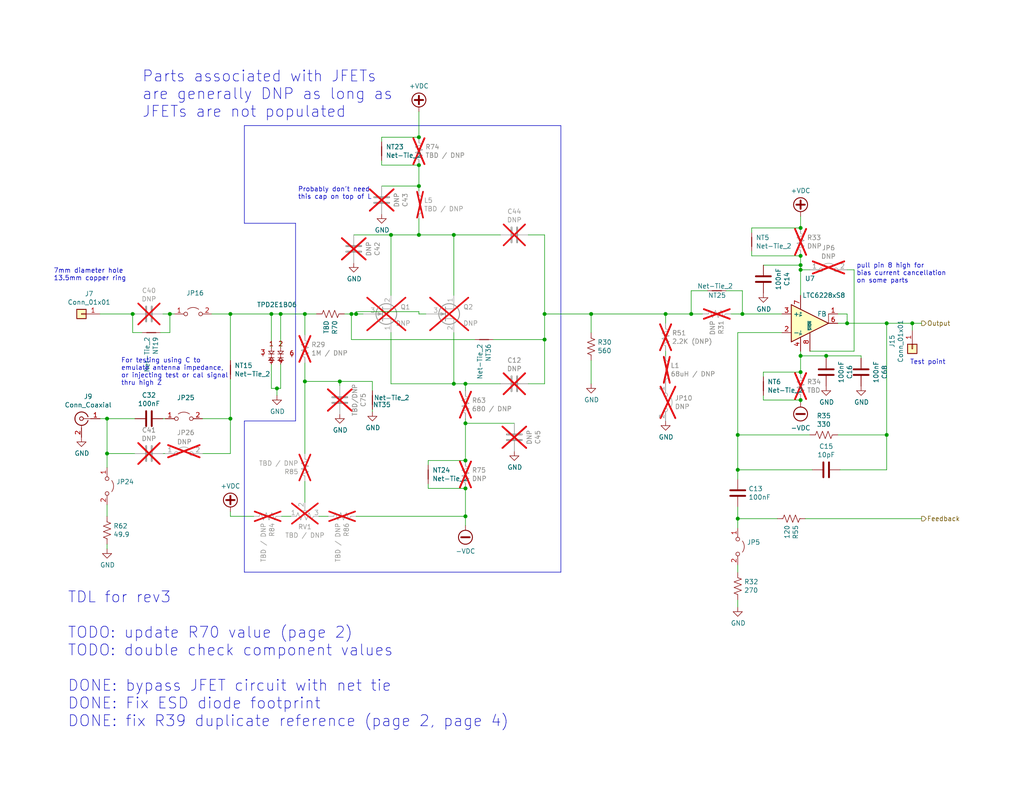
<source format=kicad_sch>
(kicad_sch (version 20230121) (generator eeschema)
  (paper "A")
  (title_block (title "ALBATROS low frequency front end") (date "2023-12-18") (rev "2 as modified") (company "McGill Radio Lab") (comment 1 "McGill University Physics") (comment 2 "Eamon Egan"))
  (lib_symbols
    (symbol "Connector:Conn_Coaxial" (pin_names (offset 1.016) hide)
      (property "Reference" "J" (at 0.254 3.048 0))
      (property "Value" "Conn_Coaxial" (at 2.921 0 90))
      (symbol "Conn_Coaxial_1_1"
        (pin passive line (at -5.08 0 0) (length 2.54) (name "In") (number "1"))
        (pin passive line (at 0 -5.08 90) (length 2.54) (name "Ext") (number "2"))
      )
    )
    (symbol "Connector_Generic:Conn_01x01" (pin_names (offset 1.016) hide)
      (property "Reference" "J" (at 0 2.54 0))
      (property "Value" "Conn_01x01" (at 0 -2.54 0))
      (symbol "Conn_01x01_1_1"
        (pin passive line (at -5.08 0 0) (length 3.81) (name "Pin_1") (number "1"))
      )
    )
    (symbol "Device:C" (pin_numbers hide) (pin_names (offset 0.254))
      (property "Reference" "C" (at 0.635 2.54 0))
      (property "Value" "C" (at 0.635 -2.54 0))
      (symbol "C_1_1"
        (pin passive line (at 0 3.81 270) (length 2.794) (name "~") (number "1"))
        (pin passive line (at 0 -3.81 90) (length 2.794) (name "~") (number "2"))
      )
    )
    (symbol "Device:L" (pin_numbers hide) (pin_names (offset 1.016) hide)
      (property "Reference" "L" (at -1.27 0 90))
      (property "Value" "L" (at 1.905 0 90))
      (symbol "L_1_1"
        (pin passive line (at 0 3.81 270) (length 1.27) (name "1") (number "1"))
        (pin passive line (at 0 -3.81 90) (length 1.27) (name "2") (number "2"))
      )
    )
    (symbol "Device:Net-Tie_2" (pin_numbers hide) (pin_names (offset 0) hide)
      (property "Reference" "NT" (at 0 1.27 0))
      (property "Value" "Device_Net-Tie_2" (at 0 -1.27 0))
      (symbol "Net-Tie_2_1_1"
        (pin passive line (at -2.54 0 0) (length 2.54) (name "1") (number "1"))
        (pin passive line (at 2.54 0 180) (length 2.54) (name "2") (number "2"))
      )
    )
    (symbol "Device:Q_NJFET_DSG" (pin_names (offset 0) hide)
      (property "Reference" "Q" (at 5.08 1.27 0))
      (property "Value" "Q_NJFET_DSG" (at 5.08 -1.27 0))
      (symbol "Q_NJFET_DSG_1_1"
        (pin passive line (at 2.54 5.08 270) (length 2.54) (name "D") (number "1"))
        (pin passive line (at 2.54 -5.08 90) (length 2.54) (name "S") (number "2"))
        (pin input line (at -5.08 0 0) (length 5.334) (name "G") (number "3"))
      )
    )
    (symbol "Device:Q_NJFET_SDG" (pin_names (offset 0) hide)
      (property "Reference" "Q" (at 5.08 1.27 0))
      (property "Value" "Q_NJFET_SDG" (at 5.08 -1.27 0))
      (symbol "Q_NJFET_SDG_1_1"
        (pin passive line (at 2.54 -5.08 90) (length 2.54) (name "S") (number "1"))
        (pin passive line (at 2.54 5.08 270) (length 2.54) (name "D") (number "2"))
        (pin input line (at -5.08 0 0) (length 5.334) (name "G") (number "3"))
      )
    )
    (symbol "Device:R_POT_TRIM_US" (pin_names (offset 1.016) hide)
      (property "Reference" "RV" (at -4.445 0 90))
      (property "Value" "Device_R_POT_TRIM_US" (at -2.54 0 90))
      (symbol "R_POT_TRIM_US_1_1"
        (pin passive line (at 0 3.81 270) (length 1.27) (name "1") (number "1"))
        (pin passive line (at 3.81 0 180) (length 1.27) (name "2") (number "2"))
        (pin passive line (at 0 -3.81 90) (length 1.27) (name "3") (number "3"))
      )
    )
    (symbol "Device:R_US" (pin_numbers hide) (pin_names (offset 0))
      (property "Reference" "R" (at 2.54 0 90))
      (property "Value" "R_US" (at -2.54 0 90))
      (symbol "R_US_1_1"
        (pin passive line (at 0 3.81 270) (length 1.27) (name "~") (number "1"))
        (pin passive line (at 0 -3.81 90) (length 1.27) (name "~") (number "2"))
      )
    )
    (symbol "Jumper:Jumper_2_Open" (pin_names (offset 0) hide)
      (property "Reference" "JP" (at 0 2.794 0))
      (property "Value" "Jumper_2_Open" (at 0 -2.286 0))
      (symbol "Jumper_2_Open_1_1"
        (pin passive line (at -5.08 0 0) (length 2.54) (name "A") (number "1"))
        (pin passive line (at 5.08 0 180) (length 2.54) (name "B") (number "2"))
      )
    )
    (symbol "new-fee-rescue:LTC6228xS8-Amplifier_Operational"
      (property "Reference" "U" (at 0 8.89 0))
      (property "Value" "LTC6228xS8-Amplifier_Operational" (at 0 6.35 0))
      (symbol "LTC6228xS8-Amplifier_Operational_1_1"
        (pin output line (at 7.62 2.54 180) (length 2.54) (name "FB") (number "1"))
        (pin input line (at -7.62 -2.54 0) (length 2.54) (name "-") (number "2"))
        (pin input line (at -7.62 2.54 0) (length 2.54) (name "+") (number "3"))
        (pin power_in line (at -2.54 -7.62 90) (length 3.81) (name "V-") (number "4"))
        (pin passive line (at -2.54 -7.62 90) (length 3.81) hide (name "V-") (number "5"))
        (pin output line (at 7.62 0 180) (length 2.54) (name "~") (number "6"))
        (pin power_in line (at -2.54 7.62 270) (length 3.81) (name "V+") (number "7"))
        (pin input line (at 0 -7.62 90) (length 5.08) (name "~{SHDN}") (number "8"))
      )
    )
    (symbol "new-fee:FEE_ESD_TPD2E1B06" (pin_names (offset 1.016) hide)
      (symbol "FEE_ESD_TPD2E1B06_1_0"
        (pin bidirectional line (at -1.27 2.286 0) (length 0) (name "1") (number "1"))
        (pin bidirectional line (at 1.27 2.286 0) (length 0) (name "2") (number "2"))
        (pin bidirectional line (at -3.556 0 0) (length 0) (name "3") (number "3"))
        (pin bidirectional line (at 1.27 -2.286 0) (length 0) (name "4") (number "4"))
        (pin bidirectional line (at -1.27 -2.286 0) (length 0) (name "5") (number "5"))
        (pin bidirectional line (at 4.318 -0.254 0) (length 0) (name "6") (number "6"))
      )
    )
    (symbol "power:+VDC" (power) (pin_names (offset 0))
      (property "Value" "+VDC" (at 0 6.35 0))
      (symbol "+VDC_1_1"
        (pin power_in line (at 0 0 90) (length 0) hide (name "+VDC") (number "1"))
      )
    )
    (symbol "power:-VDC" (power) (pin_names (offset 0))
      (property "Value" "-VDC" (at 0 6.35 0))
      (symbol "-VDC_1_1"
        (pin power_in line (at 0 0 90) (length 0) hide (name "-VDC") (number "1"))
      )
    )
    (symbol "power:GND" (power) (pin_names (offset 0))
      (property "Value" "GND" (at 0 -3.81 0))
      (symbol "GND_1_1"
        (pin power_in line (at 0 0 270) (length 0) hide (name "GND") (number "1"))
      )
    )
  )
  (junction (at 148.59 92.71))
  (junction (at 29.21 123.825))
  (junction (at 218.44 97.155))
  (junction (at 241.935 88.265))
  (junction (at 127 133.35))
  (junction (at 241.935 118.745))
  (junction (at 114.3 50.8))
  (junction (at 29.21 114.3))
  (junction (at 202.565 85.725))
  (junction (at 225.425 97.155))
  (junction (at 181.61 85.725))
  (junction (at 218.44 62.23))
  (junction (at 201.295 141.605))
  (junction (at 161.29 85.725))
  (junction (at 106.68 64.135))
  (junction (at 92.71 104.14))
  (junction (at 248.92 88.265))
  (junction (at 127 104.775))
  (junction (at 218.44 101.6))
  (junction (at 76.581 85.725))
  (junction (at 97.155 85.725))
  (junction (at 218.44 72.39))
  (junction (at 123.825 64.135))
  (junction (at 114.3 45.085))
  (junction (at 62.865 114.3))
  (junction (at 46.355 85.725))
  (junction (at 36.195 85.725))
  (junction (at 218.44 69.85))
  (junction (at 74.041 85.725))
  (junction (at 148.59 85.725))
  (junction (at 127 140.97))
  (junction (at 127 125.73))
  (junction (at 127 115.57))
  (junction (at 231.14 88.265))
  (junction (at 188.595 85.725))
  (junction (at 95.885 85.725))
  (junction (at 201.295 128.27))
  (junction (at 114.3 37.465))
  (junction (at 83.185 85.725))
  (junction (at 62.865 85.725))
  (junction (at 218.44 73.66))
  (junction (at 114.3 64.135))
  (junction (at 201.295 118.745))
  (junction (at 75.565 106.045))
  (junction (at 218.44 109.22))
  (junction (at 83.185 104.14))
  (junction (at 123.825 104.775))
  (wire (pts (xy 148.59 92.71) (xy 148.59 85.725)))
  (wire (pts (xy 181.61 95.885) (xy 181.61 97.155)))
  (wire (pts (xy 201.295 118.745) (xy 220.98 118.745)))
  (wire (pts (xy 62.865 139.7) (xy 62.865 140.97)))
  (wire (pts (xy 127 104.775) (xy 136.525 104.775)))
  (polyline (pts (xy 80.645 60.96) (xy 80.645 114.935)))
  (wire (pts (xy 218.44 95.885) (xy 218.44 97.155)))
  (wire (pts (xy 148.59 92.71) (xy 148.59 104.775)))
  (wire (pts (xy 188.595 85.725) (xy 191.77 85.725)))
  (wire (pts (xy 95.885 85.725) (xy 95.885 92.71)))
  (wire (pts (xy 116.84 132.08) (xy 116.84 133.35)))
  (wire (pts (xy 29.21 114.3) (xy 36.83 114.3)))
  (wire (pts (xy 123.825 90.805) (xy 123.825 104.775)))
  (wire (pts (xy 114.3 59.69) (xy 114.3 64.135)))
  (wire (pts (xy 225.425 97.155) (xy 225.425 97.79)))
  (wire (pts (xy 202.565 85.725) (xy 213.36 85.725)))
  (wire (pts (xy 29.21 123.825) (xy 36.83 123.825)))
  (wire (pts (xy 106.68 80.645) (xy 106.68 64.135)))
  (polyline (pts (xy 66.675 60.96) (xy 80.645 60.96)))
  (polyline (pts (xy 66.675 156.21) (xy 153.035 156.21)))
  (wire (pts (xy 75.565 107.95) (xy 75.565 106.045)))
  (wire (pts (xy 116.84 127) (xy 116.84 125.73)))
  (wire (pts (xy 233.045 73.66) (xy 231.14 73.66)))
  (wire (pts (xy 104.14 45.085) (xy 114.3 45.085)))
  (wire (pts (xy 96.52 64.135) (xy 106.68 64.135)))
  (wire (pts (xy 62.865 85.725) (xy 62.865 98.425)))
  (wire (pts (xy 221.615 128.27) (xy 201.295 128.27)))
  (wire (pts (xy 101.6 104.14) (xy 101.6 106.68)))
  (wire (pts (xy 213.36 90.805) (xy 201.295 90.805)))
  (wire (pts (xy 225.425 97.155) (xy 234.95 97.155)))
  (wire (pts (xy 198.12 79.375) (xy 202.565 79.375)))
  (wire (pts (xy 218.44 73.66) (xy 218.44 80.645)))
  (wire (pts (xy 234.95 97.155) (xy 234.95 97.79)))
  (wire (pts (xy 75.565 106.045) (xy 76.581 106.045)))
  (wire (pts (xy 188.595 79.375) (xy 188.595 85.725)))
  (wire (pts (xy 116.205 85.725) (xy 114.3 85.725)))
  (wire (pts (xy 193.04 79.375) (xy 188.595 79.375)))
  (wire (pts (xy 181.61 85.725) (xy 181.61 88.265)))
  (wire (pts (xy 92.71 104.14) (xy 83.185 104.14)))
  (wire (pts (xy 74.041 106.045) (xy 75.565 106.045)))
  (wire (pts (xy 127 104.775) (xy 123.825 104.775)))
  (wire (pts (xy 218.44 59.055) (xy 218.44 62.23)))
  (wire (pts (xy 86.36 85.725) (xy 83.185 85.725)))
  (wire (pts (xy 36.195 85.725) (xy 36.83 85.725)))
  (wire (pts (xy 114.3 85.09) (xy 97.155 85.09)))
  (wire (pts (xy 251.46 141.605) (xy 219.71 141.605)))
  (wire (pts (xy 116.84 125.73) (xy 127 125.73)))
  (wire (pts (xy 114.3 85.725) (xy 114.3 85.09)))
  (wire (pts (xy 97.155 85.725) (xy 99.06 85.725)))
  (wire (pts (xy 231.14 85.725) (xy 231.14 88.265)))
  (wire (pts (xy 101.6 111.76) (xy 101.6 112.395)))
  (wire (pts (xy 43.815 90.805) (xy 46.355 90.805)))
  (wire (pts (xy 76.581 85.725) (xy 83.185 85.725)))
  (wire (pts (xy 201.295 154.305) (xy 201.295 156.21)))
  (wire (pts (xy 148.59 64.135) (xy 148.59 85.725)))
  (wire (pts (xy 148.59 92.71) (xy 134.62 92.71)))
  (wire (pts (xy 114.3 45.085) (xy 114.3 50.8)))
  (wire (pts (xy 144.145 104.775) (xy 148.59 104.775)))
  (wire (pts (xy 231.14 88.265) (xy 228.6 88.265)))
  (wire (pts (xy 228.6 118.745) (xy 241.935 118.745)))
  (wire (pts (xy 241.935 128.27) (xy 241.935 118.745)))
  (wire (pts (xy 228.6 85.725) (xy 231.14 85.725)))
  (wire (pts (xy 205.105 63.5) (xy 205.105 62.23)))
  (wire (pts (xy 129.54 92.71) (xy 95.885 92.71)))
  (wire (pts (xy 46.355 90.805) (xy 46.355 85.725)))
  (wire (pts (xy 127 125.73) (xy 127 115.57)))
  (wire (pts (xy 205.105 69.85) (xy 218.44 69.85)))
  (wire (pts (xy 97.155 140.97) (xy 127 140.97)))
  (wire (pts (xy 36.195 90.805) (xy 36.195 85.725)))
  (wire (pts (xy 241.935 88.265) (xy 231.14 88.265)))
  (wire (pts (xy 92.71 104.14) (xy 101.6 104.14)))
  (wire (pts (xy 127 133.35) (xy 127 140.97)))
  (wire (pts (xy 123.825 64.135) (xy 136.525 64.135)))
  (wire (pts (xy 46.355 85.725) (xy 47.625 85.725)))
  (wire (pts (xy 44.45 114.3) (xy 45.085 114.3)))
  (wire (pts (xy 62.865 103.505) (xy 62.865 114.3)))
  (wire (pts (xy 218.44 109.22) (xy 218.44 109.855)))
  (wire (pts (xy 104.14 37.465) (xy 114.3 37.465)))
  (wire (pts (xy 29.21 127.635) (xy 29.21 123.825)))
  (wire (pts (xy 220.98 73.66) (xy 218.44 73.66)))
  (wire (pts (xy 248.92 90.17) (xy 248.92 88.265)))
  (wire (pts (xy 74.041 94.869) (xy 74.041 85.725)))
  (wire (pts (xy 27.305 85.725) (xy 36.195 85.725)))
  (wire (pts (xy 208.28 102.87) (xy 208.28 101.6)))
  (wire (pts (xy 218.44 97.155) (xy 218.44 101.6)))
  (wire (pts (xy 208.28 101.6) (xy 218.44 101.6)))
  (wire (pts (xy 140.335 115.57) (xy 127 115.57)))
  (wire (pts (xy 76.581 94.869) (xy 76.581 85.725)))
  (wire (pts (xy 44.45 123.825) (xy 45.085 123.825)))
  (polyline (pts (xy 66.675 34.29) (xy 66.675 60.96)))
  (wire (pts (xy 144.145 64.135) (xy 148.59 64.135)))
  (wire (pts (xy 104.14 43.815) (xy 104.14 45.085)))
  (wire (pts (xy 83.185 99.06) (xy 83.185 104.14)))
  (wire (pts (xy 104.14 38.735) (xy 104.14 37.465)))
  (wire (pts (xy 74.041 99.441) (xy 74.041 106.045)))
  (wire (pts (xy 233.045 95.885) (xy 233.045 73.66)))
  (wire (pts (xy 27.305 114.3) (xy 29.21 114.3)))
  (polyline (pts (xy 80.645 114.935) (xy 66.675 114.935)))
  (wire (pts (xy 212.09 141.605) (xy 201.295 141.605)))
  (polyline (pts (xy 153.035 156.21) (xy 153.035 34.29)))
  (wire (pts (xy 114.3 30.48) (xy 114.3 37.465)))
  (wire (pts (xy 241.935 88.265) (xy 248.92 88.265)))
  (wire (pts (xy 161.29 85.725) (xy 181.61 85.725)))
  (wire (pts (xy 241.935 118.745) (xy 241.935 88.265)))
  (wire (pts (xy 123.825 64.135) (xy 123.825 80.645)))
  (wire (pts (xy 29.21 140.97) (xy 29.21 137.795)))
  (wire (pts (xy 74.041 85.725) (xy 76.581 85.725)))
  (wire (pts (xy 148.59 85.725) (xy 161.29 85.725)))
  (wire (pts (xy 83.185 131.445) (xy 83.185 137.16)))
  (wire (pts (xy 127 115.57) (xy 127 114.3)))
  (wire (pts (xy 55.245 114.3) (xy 62.865 114.3)))
  (wire (pts (xy 83.185 104.14) (xy 83.185 123.825)))
  (wire (pts (xy 62.865 123.825) (xy 62.865 114.3)))
  (wire (pts (xy 97.155 85.725) (xy 95.885 85.725)))
  (wire (pts (xy 208.28 109.22) (xy 218.44 109.22)))
  (wire (pts (xy 114.3 50.8) (xy 114.3 52.07)))
  (wire (pts (xy 44.45 85.725) (xy 46.355 85.725)))
  (wire (pts (xy 220.98 95.885) (xy 233.045 95.885)))
  (wire (pts (xy 229.235 128.27) (xy 241.935 128.27)))
  (wire (pts (xy 97.155 85.09) (xy 97.155 85.725)))
  (wire (pts (xy 127 140.97) (xy 127 143.51)))
  (wire (pts (xy 116.84 133.35) (xy 127 133.35)))
  (wire (pts (xy 181.61 85.725) (xy 188.595 85.725)))
  (wire (pts (xy 208.28 107.95) (xy 208.28 109.22)))
  (wire (pts (xy 208.28 72.39) (xy 218.44 72.39)))
  (wire (pts (xy 106.68 64.135) (xy 114.3 64.135)))
  (wire (pts (xy 106.68 90.805) (xy 106.68 104.775)))
  (wire (pts (xy 104.14 50.8) (xy 114.3 50.8)))
  (wire (pts (xy 201.295 163.83) (xy 201.295 165.735)))
  (wire (pts (xy 161.29 90.805) (xy 161.29 85.725)))
  (wire (pts (xy 106.68 104.775) (xy 123.825 104.775)))
  (wire (pts (xy 29.21 123.825) (xy 29.21 114.3)))
  (wire (pts (xy 57.785 85.725) (xy 62.865 85.725)))
  (wire (pts (xy 248.92 88.265) (xy 251.46 88.265)))
  (wire (pts (xy 55.245 123.825) (xy 62.865 123.825)))
  (wire (pts (xy 92.71 104.14) (xy 92.71 105.41)))
  (wire (pts (xy 201.295 130.81) (xy 201.295 128.27)))
  (polyline (pts (xy 153.035 34.29) (xy 66.675 34.29)))
  (wire (pts (xy 127 106.68) (xy 127 104.775)))
  (wire (pts (xy 29.21 149.86) (xy 29.21 148.59)))
  (wire (pts (xy 62.865 85.725) (xy 74.041 85.725)))
  (wire (pts (xy 36.195 90.805) (xy 38.735 90.805)))
  (wire (pts (xy 95.885 85.725) (xy 93.98 85.725)))
  (wire (pts (xy 201.295 138.43) (xy 201.295 141.605)))
  (wire (pts (xy 76.581 99.441) (xy 76.581 106.045)))
  (polyline (pts (xy 66.675 114.935) (xy 66.675 156.21)))
  (wire (pts (xy 201.295 90.805) (xy 201.295 118.745)))
  (wire (pts (xy 218.44 69.85) (xy 218.44 72.39)))
  (wire (pts (xy 201.295 144.145) (xy 201.295 141.605)))
  (wire (pts (xy 83.185 85.725) (xy 83.185 91.44)))
  (wire (pts (xy 218.44 72.39) (xy 218.44 73.66)))
  (wire (pts (xy 86.995 140.97) (xy 89.535 140.97)))
  (wire (pts (xy 114.3 64.135) (xy 123.825 64.135)))
  (wire (pts (xy 76.835 140.97) (xy 79.375 140.97)))
  (wire (pts (xy 199.39 85.725) (xy 202.565 85.725)))
  (wire (pts (xy 205.105 68.58) (xy 205.105 69.85)))
  (wire (pts (xy 201.295 128.27) (xy 201.295 118.745)))
  (wire (pts (xy 205.105 62.23) (xy 218.44 62.23)))
  (wire (pts (xy 218.44 97.155) (xy 225.425 97.155)))
  (wire (pts (xy 161.29 98.425) (xy 161.29 104.775)))
  (wire (pts (xy 62.865 140.97) (xy 69.215 140.97)))
  (wire (pts (xy 202.565 79.375) (xy 202.565 85.725)))
  (text "Test point" (at 248.285 99.695 0) (effects (font (size 1.27 1.27)) (justify left bottom)))
  (text "Parts associated with JFETs \nare generally DNP as long as\nJFETs are not populated" (at 38.735 32.385 0) (effects (font (size 3 3)) (justify left bottom)))
  (text "TDL for rev3\n\nTODO: update R70 value (page 2)\nTODO: double check component values\n\nDONE: bypass JFET circuit with net tie\nDONE: Fix ESD diode footprint\nDONE: fix R39 duplicate reference (page 2, page 4)\n" (at 18.415 198.755 0) (effects (font (size 3 3)) (justify left bottom)))
  (text "pull pin 8 high for \nbias current cancellation\non some parts" (at 233.68 77.47 0) (effects (font (size 1.27 1.27)) (justify left bottom)))
  (text "For testing using C to \nemulate antenna impedance,\nor injecting test or cal signal \nthru high Z" (at 33.02 105.41 0) (effects (font (size 1.27 1.27)) (justify left bottom)))
  (text "Probably don't need \nthis cap on top of L" (at 81.28 54.61 0) (effects (font (size 1.27 1.27)) (justify left bottom)))
  (text "7mm diameter hole\n13.5mm copper ring" (at 14.605 76.835 0) (effects (font (size 1.27 1.27)) (justify left bottom)))
  (hierarchical_label "Output" (shape output) (at 251.46 88.265 0))
  (hierarchical_label "Feedback" (shape output) (at 251.46 141.605 0))
  (symbol (lib_id "Device:L") (at 181.61 100.965 0) (unit 1) (in_bom no) (dnp yes)
    (property "Reference" "L1" (at 182.9562 99.7966 0) (effects (justify left)))
    (property "Value" "68uH / DNP" (at 182.9562 102.108 0) (effects (justify left)))
    (property "Footprint" "Inductor_THT:L_Axial_L6.6mm_D2.7mm_P2.54mm_Vertical_Vishay_IM-2" (effects hide))
    (instances (project "new-fee" (path "" (reference "L1") (unit 1)) (path "" (reference "L2") (unit 1)) (path "" (reference "L3") (unit 1)) (path "" (reference "L4") (unit 1))))
  )
  (symbol (lib_id "Device:R_US") (at 181.61 92.075 180) (unit 1) (in_bom no) (dnp yes)
    (property "Reference" "R51" (at 183.3372 90.9066 0) (effects (justify right)))
    (property "Value" "2.2K (DNP)" (at 183.3372 93.218 0) (effects (justify right)))
    (property "Footprint" "Resistor_SMD:R_0603_1608Metric" (effects hide))
    (instances (project "new-fee" (path "" (reference "R51") (unit 1)) (path "" (reference "R52") (unit 1)) (path "" (reference "R53") (unit 1)) (path "" (reference "R54") (unit 1))))
  )
  (symbol (lib_id "power:GND") (at 181.61 114.935 0) (unit 1)
    (property "Reference" "#PWR031" (effects hide))
    (property "Value" "GND" (at 181.737 119.3292 0))
    (instances (project "new-fee" (path "" (reference "#PWR031") (unit 1)) (path "" (reference "#PWR032") (unit 1)) (path "" (reference "#PWR033") (unit 1)) (path "" (reference "#PWR034") (unit 1))))
  )
  (symbol (lib_id "Device:R_US") (at 224.79 118.745 270) (unit 1)
    (property "Reference" "R35" (at 224.79 113.538 90))
    (property "Value" "330" (at 224.79 115.8494 90))
    (property "Footprint" "Resistor_SMD:R_0603_1608Metric" (effects hide))
    (instances (project "new-fee" (path "" (reference "R35") (unit 1)) (path "" (reference "R43") (unit 1)) (path "" (reference "R26") (unit 1)) (path "" (reference "R48") (unit 1))))
  )
  (symbol (lib_id "Device:R_US") (at 201.295 160.02 180) (unit 1)
    (property "Reference" "R32" (at 203.0222 158.8516 0) (effects (justify right)))
    (property "Value" "270" (at 203.0222 161.163 0) (effects (justify right)))
    (property "Footprint" "Resistor_SMD:R_0603_1608Metric" (effects hide))
    (instances (project "new-fee" (path "" (reference "R32") (unit 1)) (path "" (reference "R40") (unit 1)) (path "" (reference "R17") (unit 1)) (path "" (reference "R45") (unit 1))))
  )
  (symbol (lib_id "Device:C") (at 140.335 104.775 270) (unit 1) (in_bom no) (dnp yes)
    (property "Reference" "C12" (at 140.335 98.3742 90))
    (property "Value" "DNP" (at 140.335 100.6856 90))
    (property "Footprint" "Capacitor_SMD:C_0603_1608Metric" (effects hide))
    (instances (project "new-fee" (path "" (reference "C12") (unit 1)) (path "" (reference "C17") (unit 1)) (path "" (reference "C8") (unit 1)) (path "" (reference "C23") (unit 1))))
  )
  (symbol (lib_id "power:+VDC") (at 218.44 59.055 0) (unit 1)
    (property "Reference" "#PWR0126" (effects hide))
    (property "Value" "+VDC" (at 218.44 52.07 0))
    (instances (project "new-fee" (path "" (reference "#PWR0126") (unit 1)) (path "" (reference "#PWR0133") (unit 1)) (path "" (reference "#PWR017") (unit 1)) (path "" (reference "#PWR024") (unit 1))))
  )
  (symbol (lib_id "power:-VDC") (at 218.44 109.855 180) (unit 1)
    (property "Reference" "#PWR0127" (effects hide))
    (property "Value" "-VDC" (at 218.44 116.84 0))
    (instances (project "new-fee" (path "" (reference "#PWR0127") (unit 1)) (path "" (reference "#PWR0134") (unit 1)) (path "" (reference "#PWR018") (unit 1)) (path "" (reference "#PWR025") (unit 1))))
  )
  (symbol (lib_id "Device:C") (at 225.425 128.27 270) (unit 1)
    (property "Reference" "C15" (at 225.425 121.8692 90))
    (property "Value" "10pF" (at 225.425 124.1806 90))
    (property "Footprint" "Capacitor_SMD:C_0603_1608Metric" (effects hide))
    (property "MPN" "CL10C100JB8NNNC" (effects hide))
    (property "VPN" "1276-1027-1-ND" (effects hide))
    (property "VN" "DigiKey" (effects hide))
    (instances (project "new-fee" (path "" (reference "C15") (unit 1)) (path "" (reference "C20") (unit 1)) (path "" (reference "C11") (unit 1)) (path "" (reference "C26") (unit 1))))
  )
  (symbol (lib_id "Device:C") (at 201.295 134.62 180) (unit 1)
    (property "Reference" "C13" (at 204.216 133.4516 0) (effects (justify right)))
    (property "Value" "100nF" (at 204.216 135.763 0) (effects (justify right)))
    (property "Footprint" "Capacitor_SMD:C_0603_1608Metric" (effects hide))
    (property "MFN" "Samsung Electro-Mechanics" (effects hide))
    (property "MPN" "CL10B104KB8NNWC" (effects hide))
    (property "VN" "DigiKey" (effects hide))
    (property "VPN" "1276-1935-1-ND" (effects hide))
    (instances (project "new-fee" (path "" (reference "C13") (unit 1)) (path "" (reference "C18") (unit 1)) (path "" (reference "C9") (unit 1)) (path "" (reference "C24") (unit 1))))
  )
  (symbol (lib_id "power:GND") (at 101.6 112.395 0) (unit 1)
    (property "Reference" "#PWR0128" (effects hide))
    (property "Value" "GND" (at 101.727 116.7892 0))
    (instances (project "new-fee" (path "" (reference "#PWR0128") (unit 1)) (path "" (reference "#PWR0135") (unit 1)) (path "" (reference "#PWR013") (unit 1)) (path "" (reference "#PWR020") (unit 1))))
  )
  (symbol (lib_id "Device:R_US") (at 83.185 95.25 180) (unit 1) (in_bom no) (dnp yes)
    (property "Reference" "R29" (at 84.9122 94.0816 0) (effects (justify right)))
    (property "Value" "1M / DNP" (at 84.9122 96.393 0) (effects (justify right)))
    (property "Footprint" "Resistor_SMD:R_0603_1608Metric" (effects hide))
    (instances (project "new-fee" (path "" (reference "R29") (unit 1)) (path "" (reference "R37") (unit 1)) (path "" (reference "R14") (unit 1)) (path "" (reference "R27") (unit 1))))
  )
  (symbol (lib_id "power:GND") (at 161.29 104.775 0) (unit 1)
    (property "Reference" "#PWR0129" (effects hide))
    (property "Value" "GND" (at 161.417 109.1692 0))
    (instances (project "new-fee" (path "" (reference "#PWR0129") (unit 1)) (path "" (reference "#PWR0136") (unit 1)) (path "" (reference "#PWR014") (unit 1)) (path "" (reference "#PWR021") (unit 1))))
  )
  (symbol (lib_id "Device:R_US") (at 161.29 94.615 180) (unit 1)
    (property "Reference" "R30" (at 163.0172 93.4466 0) (effects (justify right)))
    (property "Value" "560" (at 163.0172 95.758 0) (effects (justify right)))
    (property "Footprint" "Resistor_SMD:R_0603_1608Metric" (effects hide))
    (instances (project "new-fee" (path "" (reference "R30") (unit 1)) (path "" (reference "R38") (unit 1)) (path "" (reference "R15") (unit 1)) (path "" (reference "R36") (unit 1))))
  )
  (symbol (lib_id "Connector_Generic:Conn_01x01") (at 22.225 85.725 0) (mirror y) (unit 1)
    (property "Reference" "J7" (at 24.3078 80.2132 0))
    (property "Value" "Conn_01x01" (at 24.3078 82.5246 0))
    (property "Footprint" "albatross_fee:MountingHole_7.5mm" (effects hide))
    (instances (project "new-fee" (path "" (reference "J7") (unit 1)) (path "" (reference "J8") (unit 1)) (path "" (reference "J3") (unit 1)) (path "" (reference "J4") (unit 1))))
  )
  (symbol (lib_id "Device:R_US") (at 195.58 85.725 90) (unit 1) (in_bom no) (dnp yes)
    (property "Reference" "R31" (at 196.7484 87.4522 0) (effects (justify right)))
    (property "Value" "DNP" (at 194.437 87.4522 0) (effects (justify right)))
    (property "Footprint" "Resistor_SMD:R_0603_1608Metric" (effects hide))
    (instances (project "new-fee" (path "" (reference "R31") (unit 1)) (path "" (reference "R39") (unit 1)) (path "" (reference "R16") (unit 1)) (path "" (reference "R44") (unit 1))))
  )
  (symbol (lib_id "Connector:Conn_Coaxial") (at 22.225 114.3 0) (mirror y) (unit 1)
    (property "Reference" "J9" (at 24.0538 108.2548 0))
    (property "Value" "Conn_Coaxial" (at 24.0538 110.5662 0))
    (property "Footprint" "Connector_Coaxial:SMA_Amphenol_132289_EdgeMount" (effects hide))
    (property "Datasheet" " ~" (effects hide))
    (property "Description" "CONN SMA FML EDGE MNT 0.062\" PCB" (effects hide))
    (property "MFN" "Linx Technologies Inc." (effects hide))
    (property "MPN" "CONSMA020.062-G" (effects hide))
    (property "VN" "DK" (effects hide))
    (property "VPN" "343-CONSMA020.062-G-ND" (effects hide))
    (instances (project "new-fee" (path "" (reference "J9") (unit 1)) (path "" (reference "J10") (unit 1)) (path "" (reference "J11") (unit 1)) (path "" (reference "J12") (unit 1))))
  )
  (symbol (lib_id "power:GND") (at 22.225 119.38 0) (unit 1)
    (property "Reference" "#PWR035" (effects hide))
    (property "Value" "GND" (at 22.352 123.7742 0))
    (instances (project "new-fee" (path "" (reference "#PWR035") (unit 1)) (path "" (reference "#PWR036") (unit 1)) (path "" (reference "#PWR037") (unit 1)) (path "" (reference "#PWR038") (unit 1))))
  )
  (symbol (lib_id "Device:C") (at 40.64 114.3 270) (unit 1)
    (property "Reference" "C32" (at 40.64 107.8992 90))
    (property "Value" "100nF" (at 40.64 110.2106 90))
    (property "Footprint" "Capacitor_SMD:C_0603_1608Metric" (effects hide))
    (property "MFN" "Samsung Electro-Mechanics" (effects hide))
    (property "MPN" "CL10B104KB8NNWC" (effects hide))
    (property "VN" "DigiKey" (effects hide))
    (property "VPN" "1276-1935-1-ND" (effects hide))
    (instances (project "new-fee" (path "" (reference "C32") (unit 1)) (path "" (reference "C33") (unit 1)) (path "" (reference "C34") (unit 1)) (path "" (reference "C35") (unit 1))))
  )
  (symbol (lib_id "Jumper:Jumper_2_Open") (at 52.705 85.725 0) (unit 1)
    (property "Reference" "JP16" (at 50.8 80.01 0) (effects (justify left)))
    (property "Value" "Jumper_2_Open" (effects hide))
    (property "Footprint" "Connector_PinHeader_2.54mm:PinHeader_1x02_P2.54mm_Vertical" (effects hide))
    (instances (project "new-fee" (path "" (reference "JP16") (unit 1)) (path "" (reference "JP17") (unit 1)) (path "" (reference "JP18") (unit 1)) (path "" (reference "JP19") (unit 1))))
  )
  (symbol (lib_id "Jumper:Jumper_2_Open") (at 201.295 149.225 270) (unit 1)
    (property "Reference" "JP5" (at 203.7842 148.0566 90) (effects (justify left)))
    (property "Value" "Jumper_2_Open" (effects hide))
    (property "Footprint" "Connector_PinHeader_2.54mm:PinHeader_1x02_P2.54mm_Vertical" (effects hide))
    (instances (project "new-fee" (path "" (reference "JP5") (unit 1)) (path "" (reference "JP7") (unit 1)) (path "" (reference "JP11") (unit 1)) (path "" (reference "JP13") (unit 1))))
  )
  (symbol (lib_id "power:GND") (at 201.295 165.735 0) (unit 1)
    (property "Reference" "#PWR0130" (effects hide))
    (property "Value" "GND" (at 201.422 170.1292 0))
    (instances (project "new-fee" (path "" (reference "#PWR0130") (unit 1)) (path "" (reference "#PWR0137") (unit 1)) (path "" (reference "#PWR015") (unit 1)) (path "" (reference "#PWR022") (unit 1))))
  )
  (symbol (lib_id "Jumper:Jumper_2_Open") (at 181.61 109.855 270) (unit 1) (in_bom no) (dnp yes)
    (property "Reference" "JP10" (at 184.0992 108.6866 90) (effects (justify left)))
    (property "Value" "DNP" (at 184.0992 110.998 90) (effects (justify left)))
    (property "Footprint" "Connector_PinHeader_2.54mm:PinHeader_1x02_P2.54mm_Vertical" (effects hide))
    (instances (project "new-fee" (path "" (reference "JP10") (unit 1)) (path "" (reference "JP20") (unit 1)) (path "" (reference "JP22") (unit 1)) (path "" (reference "JP23") (unit 1))))
  )
  (symbol (lib_id "new-fee:FEE_ESD_TPD2E1B06") (at 75.311 97.155 0) (unit 1)
    (property "Reference" "D2" (effects hide))
    (property "Value" "TPD2E1B06" (at 75.565 83.185 0))
    (property "Footprint" "Package_TO_SOT_SMD:SOT-563" (effects hide))
    (property "Datasheet" "https://www.ti.com/lit/ds/symlink/tpd2e1b06.pdf?HQS=dis-dk-null-digikeymode-dsf-pf-null-wwe&ts=1647868833386" (effects hide))
    (property "MFN" "Texas Instruments" (effects hide))
    (property "MPN" "TPD2E1B06DRLR" (effects hide))
    (property "VN" "DigiKey" (effects hide))
    (property "VPN" "296-37298-1-ND" (effects hide))
    (instances (project "new-fee" (path "" (reference "D2") (unit 1)) (path "" (reference "D3") (unit 1)) (path "" (reference "D4") (unit 1)) (path "" (reference "D5") (unit 1))))
  )
  (symbol (lib_id "new-fee-rescue:LTC6228xS8-Amplifier_Operational") (at 220.98 88.265 0) (unit 1)
    (property "Reference" "U7" (at 220.98 76.0476 0))
    (property "Value" "LTC6228xS8" (at 224.79 80.645 0))
    (property "Footprint" "Package_SO:SO-8_3.9x4.9mm_P1.27mm" (effects hide))
    (property "Datasheet" "https://www.analog.com/media/en/technical-documentation/data-sheets/LTC6228-6229.pdf" (effects hide))
    (instances (project "new-fee" (path "" (reference "U7") (unit 1)) (path "" (reference "U8") (unit 1)) (path "" (reference "U4") (unit 1)) (path "" (reference "U5") (unit 1))))
  )
  (symbol (lib_id "Device:C") (at 225.425 101.6 180) (unit 1)
    (property "Reference" "C16" (at 231.8258 101.6 90))
    (property "Value" "100nF" (at 229.5144 101.6 90))
    (property "Footprint" "Capacitor_SMD:C_0603_1608Metric" (effects hide))
    (property "MFN" "Samsung Electro-Mechanics" (effects hide))
    (property "MPN" "CL10B104KB8NNWC" (effects hide))
    (property "VN" "DigiKey" (effects hide))
    (property "VPN" "1276-1935-1-ND" (effects hide))
    (instances (project "new-fee" (path "" (reference "C16") (unit 1)) (path "" (reference "C21") (unit 1)) (path "" (reference "C22") (unit 1)) (path "" (reference "C27") (unit 1))))
  )
  (symbol (lib_id "Device:C") (at 208.28 76.2 180) (unit 1)
    (property "Reference" "C14" (at 214.6808 76.2 90))
    (property "Value" "100nF" (at 212.3694 76.2 90))
    (property "Footprint" "Capacitor_SMD:C_0603_1608Metric" (effects hide))
    (property "MFN" "Samsung Electro-Mechanics" (effects hide))
    (property "MPN" "CL10B104KB8NNWC" (effects hide))
    (property "VN" "DigiKey" (effects hide))
    (property "VPN" "1276-1935-1-ND" (effects hide))
    (instances (project "new-fee" (path "" (reference "C14") (unit 1)) (path "" (reference "C19") (unit 1)) (path "" (reference "C10") (unit 1)) (path "" (reference "C25") (unit 1))))
  )
  (symbol (lib_id "power:GND") (at 225.425 105.41 0) (unit 1)
    (property "Reference" "#PWR0131" (effects hide))
    (property "Value" "GND" (at 225.552 109.8042 0))
    (instances (project "new-fee" (path "" (reference "#PWR0131") (unit 1)) (path "" (reference "#PWR0138") (unit 1)) (path "" (reference "#PWR019") (unit 1)) (path "" (reference "#PWR026") (unit 1))))
  )
  (symbol (lib_id "power:GND") (at 208.28 80.01 0) (unit 1)
    (property "Reference" "#PWR0132" (effects hide))
    (property "Value" "GND" (at 208.407 84.4042 0))
    (instances (project "new-fee" (path "" (reference "#PWR0132") (unit 1)) (path "" (reference "#PWR0139") (unit 1)) (path "" (reference "#PWR016") (unit 1)) (path "" (reference "#PWR023") (unit 1))))
  )
  (symbol (lib_id "Device:R_US") (at 218.44 66.04 180) (unit 1) (in_bom no) (dnp yes)
    (property "Reference" "R33" (at 220.1672 64.8716 0) (effects (justify right)))
    (property "Value" "DNP" (at 220.1672 67.183 0) (effects (justify right)))
    (property "Footprint" "Resistor_SMD:R_0603_1608Metric" (effects hide))
    (instances (project "new-fee" (path "" (reference "R33") (unit 1)) (path "" (reference "R41") (unit 1)) (path "" (reference "R18") (unit 1)) (path "" (reference "R46") (unit 1))))
  )
  (symbol (lib_id "Device:R_US") (at 218.44 105.41 180) (unit 1) (in_bom no) (dnp yes)
    (property "Reference" "R34" (at 220.1672 104.2416 0) (effects (justify right)))
    (property "Value" "TBD" (at 220.1672 106.553 0) (effects (justify right)))
    (property "Footprint" "Resistor_SMD:R_0603_1608Metric" (effects hide))
    (instances (project "new-fee" (path "" (reference "R34") (unit 1)) (path "" (reference "R42") (unit 1)) (path "" (reference "R19") (unit 1)) (path "" (reference "R47") (unit 1))))
  )
  (symbol (lib_id "Device:Net-Tie_2") (at 208.28 105.41 270) (unit 1)
    (property "Reference" "NT6" (at 209.3976 104.2416 90) (effects (justify left)))
    (property "Value" "Net-Tie_2" (at 209.3976 106.553 90) (effects (justify left)))
    (property "Footprint" "NetTie:NetTie-2_SMD_Pad0.5mm" (effects hide))
    (instances (project "new-fee" (path "" (reference "NT6") (unit 1)) (path "" (reference "NT8") (unit 1)) (path "" (reference "NT10") (unit 1)) (path "" (reference "NT12") (unit 1))))
  )
  (symbol (lib_id "Device:Net-Tie_2") (at 205.105 66.04 270) (unit 1)
    (property "Reference" "NT5" (at 206.2226 64.8716 90) (effects (justify left)))
    (property "Value" "Net-Tie_2" (at 206.2226 67.183 90) (effects (justify left)))
    (property "Footprint" "NetTie:NetTie-2_SMD_Pad0.5mm" (effects hide))
    (instances (project "new-fee" (path "" (reference "NT5") (unit 1)) (path "" (reference "NT7") (unit 1)) (path "" (reference "NT9") (unit 1)) (path "" (reference "NT11") (unit 1))))
  )
  (symbol (lib_id "Jumper:Jumper_2_Open") (at 226.06 73.66 0) (unit 1) (in_bom no) (dnp yes)
    (property "Reference" "JP6" (at 226.06 67.691 0))
    (property "Value" "DNP" (at 226.06 70.0024 0))
    (property "Footprint" "Jumper:SolderJumper-2_P1.3mm_Open_TrianglePad1.0x1.5mm" (effects hide))
    (instances (project "new-fee" (path "" (reference "JP6") (unit 1)) (path "" (reference "JP8") (unit 1)) (path "" (reference "JP12") (unit 1)) (path "" (reference "JP14") (unit 1))))
  )
  (symbol (lib_id "Connector_Generic:Conn_01x01") (at 248.92 95.25 90) (mirror x) (unit 1)
    (property "Reference" "J15" (at 243.4082 93.1672 0))
    (property "Value" "Conn_01x01" (at 245.7196 93.1672 0))
    (property "Footprint" "Connector_PinHeader_2.54mm:PinHeader_1x01_P2.54mm_Vertical" (effects hide))
    (instances (project "new-fee" (path "" (reference "J15") (unit 1)) (path "" (reference "J16") (unit 1)) (path "" (reference "J17") (unit 1)) (path "" (reference "J18") (unit 1))))
  )
  (symbol (lib_id "Device:C") (at 40.64 123.825 270) (unit 1) (in_bom no) (dnp yes)
    (property "Reference" "C41" (at 40.64 117.4242 90))
    (property "Value" "DNP" (at 40.64 119.7356 90))
    (property "Footprint" "Capacitor_SMD:C_0603_1608Metric" (effects hide))
    (instances (project "new-fee" (path "" (reference "C41") (unit 1)) (path "" (reference "C47") (unit 1)) (path "" (reference "C55") (unit 1)) (path "" (reference "C61") (unit 1))))
  )
  (symbol (lib_id "Jumper:Jumper_2_Open") (at 29.21 132.715 270) (unit 1)
    (property "Reference" "JP24" (at 31.6992 131.5466 90) (effects (justify left)))
    (property "Value" "Jumper_2_Open" (effects hide))
    (property "Footprint" "Connector_PinHeader_2.54mm:PinHeader_1x02_P2.54mm_Vertical" (effects hide))
    (instances (project "new-fee" (path "" (reference "JP24") (unit 1)) (path "" (reference "JP27") (unit 1)) (path "" (reference "JP30") (unit 1)) (path "" (reference "JP33") (unit 1))))
  )
  (symbol (lib_id "Device:R_US") (at 29.21 144.78 180) (unit 1)
    (property "Reference" "R62" (at 30.9372 143.6116 0) (effects (justify right)))
    (property "Value" "49.9" (at 30.9372 145.923 0) (effects (justify right)))
    (property "Footprint" "Resistor_SMD:R_0603_1608Metric" (effects hide))
    (instances (project "new-fee" (path "" (reference "R62") (unit 1)) (path "" (reference "R64") (unit 1)) (path "" (reference "R66") (unit 1)) (path "" (reference "R68") (unit 1))))
  )
  (symbol (lib_id "power:GND") (at 29.21 149.86 0) (unit 1)
    (property "Reference" "#PWR042" (effects hide))
    (property "Value" "GND" (at 29.337 154.2542 0))
    (instances (project "new-fee" (path "" (reference "#PWR042") (unit 1)) (path "" (reference "#PWR048") (unit 1)) (path "" (reference "#PWR054") (unit 1)) (path "" (reference "#PWR060") (unit 1))))
  )
  (symbol (lib_id "Jumper:Jumper_2_Open") (at 50.165 114.3 0) (unit 1)
    (property "Reference" "JP25" (at 48.26 108.585 0) (effects (justify left)))
    (property "Value" "Jumper_2_Open" (effects hide))
    (property "Footprint" "Connector_PinHeader_2.54mm:PinHeader_1x02_P2.54mm_Vertical" (effects hide))
    (instances (project "new-fee" (path "" (reference "JP25") (unit 1)) (path "" (reference "JP28") (unit 1)) (path "" (reference "JP31") (unit 1)) (path "" (reference "JP34") (unit 1))))
  )
  (symbol (lib_id "Jumper:Jumper_2_Open") (at 50.165 123.825 0) (unit 1) (in_bom no) (dnp yes)
    (property "Reference" "JP26" (at 48.26 118.11 0) (effects (justify left)))
    (property "Value" "DNP" (at 48.26 120.65 0) (effects (justify left)))
    (property "Footprint" "Connector_PinHeader_2.54mm:PinHeader_1x02_P2.54mm_Vertical" (effects hide))
    (instances (project "new-fee" (path "" (reference "JP26") (unit 1)) (path "" (reference "JP29") (unit 1)) (path "" (reference "JP32") (unit 1)) (path "" (reference "JP35") (unit 1))))
  )
  (symbol (lib_id "Device:C") (at 40.64 85.725 270) (unit 1) (in_bom no) (dnp yes)
    (property "Reference" "C40" (at 40.64 79.3242 90))
    (property "Value" "DNP" (at 40.64 81.6356 90))
    (property "Footprint" "Capacitor_SMD:C_0603_1608Metric" (effects hide))
    (instances (project "new-fee" (path "" (reference "C40") (unit 1)) (path "" (reference "C46") (unit 1)) (path "" (reference "C54") (unit 1)) (path "" (reference "C60") (unit 1))))
  )
  (symbol (lib_id "Device:R_US") (at 114.3 41.275 180) (unit 1) (in_bom no) (dnp yes)
    (property "Reference" "R74" (at 116.0272 40.1066 0) (effects (justify right)))
    (property "Value" "TBD / DNP" (at 116.0272 42.418 0) (effects (justify right)))
    (property "Footprint" "Resistor_SMD:R_0603_1608Metric" (effects hide))
    (instances (project "new-fee" (path "" (reference "R74") (unit 1)) (path "" (reference "R76") (unit 1)) (path "" (reference "R78") (unit 1)) (path "" (reference "R80") (unit 1))))
  )
  (symbol (lib_id "Device:Net-Tie_2") (at 104.14 41.275 270) (unit 1)
    (property "Reference" "NT23" (at 105.2576 40.1066 90) (effects (justify left)))
    (property "Value" "Net-Tie_2" (at 105.2576 42.418 90) (effects (justify left)))
    (property "Footprint" "NetTie:NetTie-2_SMD_Pad0.5mm" (effects hide))
    (instances (project "new-fee" (path "" (reference "NT23") (unit 1)) (path "" (reference "NT26") (unit 1)) (path "" (reference "NT29") (unit 1)) (path "" (reference "NT32") (unit 1))))
  )
  (symbol (lib_id "Device:R_US") (at 127 129.54 180) (unit 1) (in_bom no) (dnp yes)
    (property "Reference" "R75" (at 128.7272 128.3716 0) (effects (justify right)))
    (property "Value" "DNP" (at 128.7272 130.683 0) (effects (justify right)))
    (property "Footprint" "Resistor_SMD:R_0603_1608Metric" (effects hide))
    (instances (project "new-fee" (path "" (reference "R75") (unit 1)) (path "" (reference "R77") (unit 1)) (path "" (reference "R79") (unit 1)) (path "" (reference "R81") (unit 1))))
  )
  (symbol (lib_id "Device:Net-Tie_2") (at 116.84 129.54 270) (unit 1)
    (property "Reference" "NT24" (at 117.9576 128.3716 90) (effects (justify left)))
    (property "Value" "Net-Tie_2" (at 117.9576 130.683 90) (effects (justify left)))
    (property "Footprint" "NetTie:NetTie-2_SMD_Pad0.5mm" (effects hide))
    (instances (project "new-fee" (path "" (reference "NT24") (unit 1)) (path "" (reference "NT27") (unit 1)) (path "" (reference "NT30") (unit 1)) (path "" (reference "NT33") (unit 1))))
  )
  (symbol (lib_id "Device:Q_NJFET_SDG") (at 104.14 85.725 0) (unit 1) (in_bom no) (dnp yes)
    (property "Reference" "Q1" (at 109.22 83.82 0) (effects (justify left)))
    (property "Value" "DNP" (at 107.95 88.265 0) (effects (justify left)))
    (property "Footprint" "Package_TO_SOT_SMD:SOT-23" (effects hide))
    (instances (project "new-fee" (path "" (reference "Q1") (unit 1)) (path "" (reference "Q3") (unit 1)) (path "" (reference "Q5") (unit 1)) (path "" (reference "Q7") (unit 1))))
  )
  (symbol (lib_id "Device:Q_NJFET_DSG") (at 121.285 85.725 0) (unit 1) (in_bom no) (dnp yes)
    (property "Reference" "Q2" (at 126.365 83.82 0) (effects (justify left)))
    (property "Value" "DNP" (at 126.365 88.265 0) (effects (justify left)))
    (property "Footprint" "Package_TO_SOT_SMD:SOT-23" (effects hide))
    (instances (project "new-fee" (path "" (reference "Q2") (unit 1)) (path "" (reference "Q4") (unit 1)) (path "" (reference "Q6") (unit 1)) (path "" (reference "Q8") (unit 1))))
  )
  (symbol (lib_id "Device:R_US") (at 127 110.49 180) (unit 1) (in_bom no) (dnp yes)
    (property "Reference" "R63" (at 128.7272 109.3216 0) (effects (justify right)))
    (property "Value" "680 / DNP" (at 128.7272 111.633 0) (effects (justify right)))
    (property "Footprint" "Resistor_SMD:R_0603_1608Metric" (effects hide))
    (instances (project "new-fee" (path "" (reference "R63") (unit 1)) (path "" (reference "R65") (unit 1)) (path "" (reference "R67") (unit 1)) (path "" (reference "R69") (unit 1))))
  )
  (symbol (lib_id "Device:L") (at 114.3 55.88 0) (unit 1) (in_bom no) (dnp yes)
    (property "Reference" "L5" (at 115.6462 54.7116 0) (effects (justify left)))
    (property "Value" "TBD / DNP" (at 115.6462 57.023 0) (effects (justify left)))
    (property "Footprint" "Inductor_SMD:L_0603_1608Metric" (effects hide))
    (instances (project "new-fee" (path "" (reference "L5") (unit 1)) (path "" (reference "L6") (unit 1)) (path "" (reference "L7") (unit 1)) (path "" (reference "L8") (unit 1))))
  )
  (symbol (lib_id "power:-VDC") (at 127 143.51 180) (unit 1)
    (property "Reference" "#PWR046" (effects hide))
    (property "Value" "-VDC" (at 127 150.495 0))
    (instances (project "new-fee" (path "" (reference "#PWR046") (unit 1)) (path "" (reference "#PWR052") (unit 1)) (path "" (reference "#PWR058") (unit 1)) (path "" (reference "#PWR064") (unit 1))))
  )
  (symbol (lib_id "power:+VDC") (at 114.3 30.48 0) (unit 1)
    (property "Reference" "#PWR045" (effects hide))
    (property "Value" "+VDC" (at 114.3 23.495 0))
    (instances (project "new-fee" (path "" (reference "#PWR045") (unit 1)) (path "" (reference "#PWR051") (unit 1)) (path "" (reference "#PWR057") (unit 1)) (path "" (reference "#PWR063") (unit 1))))
  )
  (symbol (lib_id "Device:C") (at 104.14 54.61 180) (unit 1) (in_bom no) (dnp yes)
    (property "Reference" "C43" (at 110.5408 54.61 90))
    (property "Value" "DNP" (at 108.2294 54.61 90))
    (property "Footprint" "Capacitor_SMD:C_0603_1608Metric" (effects hide))
    (instances (project "new-fee" (path "" (reference "C43") (unit 1)) (path "" (reference "C49") (unit 1)) (path "" (reference "C57") (unit 1)) (path "" (reference "C63") (unit 1))))
  )
  (symbol (lib_id "power:GND") (at 104.14 58.42 0) (unit 1)
    (property "Reference" "#PWR044" (effects hide))
    (property "Value" "GND" (at 104.267 62.8142 0))
    (instances (project "new-fee" (path "" (reference "#PWR044") (unit 1)) (path "" (reference "#PWR050") (unit 1)) (path "" (reference "#PWR056") (unit 1)) (path "" (reference "#PWR062") (unit 1))))
  )
  (symbol (lib_id "Device:Net-Tie_2") (at 62.865 100.965 270) (unit 1)
    (property "Reference" "NT15" (at 63.9826 99.7966 90) (effects (justify left)))
    (property "Value" "Net-Tie_2" (at 63.9826 102.108 90) (effects (justify left)))
    (property "Footprint" "NetTie:NetTie-2_SMD_Pad0.5mm" (effects hide))
    (instances (project "new-fee" (path "" (reference "NT15") (unit 1)) (path "" (reference "NT16") (unit 1)) (path "" (reference "NT17") (unit 1)) (path "" (reference "NT18") (unit 1))))
  )
  (symbol (lib_id "Device:C") (at 140.335 119.38 180) (unit 1) (in_bom no) (dnp yes)
    (property "Reference" "C45" (at 146.7358 119.38 90))
    (property "Value" "DNP" (at 144.4244 119.38 90))
    (property "Footprint" "Capacitor_SMD:C_0603_1608Metric" (effects hide))
    (instances (project "new-fee" (path "" (reference "C45") (unit 1)) (path "" (reference "C51") (unit 1)) (path "" (reference "C59") (unit 1)) (path "" (reference "C65") (unit 1))))
  )
  (symbol (lib_id "power:GND") (at 140.335 123.19 0) (unit 1)
    (property "Reference" "#PWR047" (effects hide))
    (property "Value" "GND" (at 140.462 127.5842 0))
    (instances (project "new-fee" (path "" (reference "#PWR047") (unit 1)) (path "" (reference "#PWR053") (unit 1)) (path "" (reference "#PWR059") (unit 1)) (path "" (reference "#PWR065") (unit 1))))
  )
  (symbol (lib_id "Device:R_US") (at 90.17 85.725 90) (unit 1)
    (property "Reference" "R70" (at 91.3384 87.4522 0) (effects (justify right)))
    (property "Value" "TBD" (at 89.027 87.4522 0) (effects (justify right)))
    (property "Footprint" "Resistor_SMD:R_0603_1608Metric" (effects hide))
    (instances (project "new-fee" (path "" (reference "R70") (unit 1)) (path "" (reference "R71") (unit 1)) (path "" (reference "R72") (unit 1)) (path "" (reference "R73") (unit 1))))
  )
  (symbol (lib_id "Device:Net-Tie_2") (at 41.275 90.805 180) (unit 1)
    (property "Reference" "NT19" (at 42.4434 91.9226 90) (effects (justify left)))
    (property "Value" "Net-Tie_2" (at 40.132 91.9226 90) (effects (justify left)))
    (property "Footprint" "NetTie:NetTie-2_SMD_Pad0.5mm" (effects hide))
    (instances (project "new-fee" (path "" (reference "NT19") (unit 1)) (path "" (reference "NT20") (unit 1)) (path "" (reference "NT21") (unit 1)) (path "" (reference "NT22") (unit 1))))
  )
  (symbol (lib_id "Device:C") (at 96.52 67.945 180) (unit 1) (in_bom no) (dnp yes)
    (property "Reference" "C42" (at 102.9208 67.945 90))
    (property "Value" "DNP" (at 100.6094 67.945 90))
    (property "Footprint" "Capacitor_SMD:C_0603_1608Metric" (effects hide))
    (instances (project "new-fee" (path "" (reference "C42") (unit 1)) (path "" (reference "C48") (unit 1)) (path "" (reference "C56") (unit 1)) (path "" (reference "C62") (unit 1))))
  )
  (symbol (lib_id "power:GND") (at 96.52 71.755 0) (unit 1)
    (property "Reference" "#PWR043" (effects hide))
    (property "Value" "GND" (at 96.647 76.1492 0))
    (instances (project "new-fee" (path "" (reference "#PWR043") (unit 1)) (path "" (reference "#PWR049") (unit 1)) (path "" (reference "#PWR055") (unit 1)) (path "" (reference "#PWR061") (unit 1))))
  )
  (symbol (lib_id "Device:Net-Tie_2") (at 195.58 79.375 180) (unit 1)
    (property "Reference" "NT25" (at 198.12 80.645 0) (effects (justify left)))
    (property "Value" "Net-Tie_2" (at 200.025 78.105 0) (effects (justify left)))
    (property "Footprint" "NetTie:NetTie-2_SMD_Pad0.5mm" (effects hide))
    (instances (project "new-fee" (path "" (reference "NT25") (unit 1)) (path "" (reference "NT28") (unit 1)) (path "" (reference "NT31") (unit 1)) (path "" (reference "NT34") (unit 1))))
  )
  (symbol (lib_id "Device:C") (at 140.335 64.135 270) (unit 1) (in_bom no) (dnp yes)
    (property "Reference" "C44" (at 140.335 57.7342 90))
    (property "Value" "DNP" (at 140.335 60.0456 90))
    (property "Footprint" "Capacitor_SMD:C_0603_1608Metric" (effects hide))
    (instances (project "new-fee" (path "" (reference "C44") (unit 1)) (path "" (reference "C50") (unit 1)) (path "" (reference "C58") (unit 1)) (path "" (reference "C64") (unit 1))))
  )
  (symbol (lib_id "Device:C") (at 234.95 101.6 180) (unit 1)
    (property "Reference" "C68" (at 241.3508 101.6 90))
    (property "Value" "100nF" (at 239.0394 101.6 90))
    (property "Footprint" "Capacitor_SMD:C_0603_1608Metric" (effects hide))
    (property "MFN" "Samsung Electro-Mechanics" (effects hide))
    (property "MPN" "CL10B104KB8NNWC" (effects hide))
    (property "VN" "DigiKey" (effects hide))
    (property "VPN" "1276-1935-1-ND" (effects hide))
    (instances (project "new-fee" (path "" (reference "C68") (unit 1)) (path "" (reference "C69") (unit 1)) (path "" (reference "C70") (unit 1)) (path "" (reference "C71") (unit 1))))
  )
  (symbol (lib_id "power:GND") (at 234.95 105.41 0) (unit 1)
    (property "Reference" "#PWR067" (effects hide))
    (property "Value" "GND" (at 235.077 109.8042 0))
    (instances (project "new-fee" (path "" (reference "#PWR067") (unit 1)) (path "" (reference "#PWR068") (unit 1)) (path "" (reference "#PWR069") (unit 1)) (path "" (reference "#PWR070") (unit 1))))
  )
  (symbol (lib_id "Device:R_US") (at 215.9 141.605 90) (unit 1)
    (property "Reference" "R55" (at 217.0684 143.3322 0) (effects (justify right)))
    (property "Value" "120" (at 214.757 143.3322 0) (effects (justify right)))
    (property "Footprint" "Resistor_SMD:R_0603_1608Metric" (effects hide))
    (instances (project "new-fee" (path "" (reference "R55") (unit 1)) (path "" (reference "R56") (unit 1)) (path "" (reference "R82") (unit 1)) (path "" (reference "R83") (unit 1))))
  )
  (symbol (lib_id "Device:R_POT_TRIM_US") (at 83.185 140.97 90) (unit 1) (in_bom no) (dnp yes)
    (property "Reference" "RV1" (at 83.185 143.8402 90))
    (property "Value" "TBD / DNP" (at 83.185 146.1516 90))
    (property "Footprint" "Potentiometer_THT:Potentiometer_Bourns_3386C_Horizontal" (effects hide))
    (instances (project "new-fee" (path "" (reference "RV1") (unit 1)) (path "" (reference "RV2") (unit 1)) (path "" (reference "RV3") (unit 1)) (path "" (reference "RV4") (unit 1))))
  )
  (symbol (lib_id "Device:Net-Tie_2") (at 101.6 109.22 90) (unit 1)
    (property "Reference" "NT35" (at 106.68 110.49 90) (effects (justify left)))
    (property "Value" "Net-Tie_2" (at 111.76 108.585 90) (effects (justify left)))
    (property "Footprint" "NetTie:NetTie-2_SMD_Pad0.5mm" (effects hide))
    (instances (project "new-fee" (path "" (reference "NT35") (unit 1)) (path "" (reference "NT37") (unit 1)) (path "" (reference "NT39") (unit 1)) (path "" (reference "NT41") (unit 1))))
  )
  (symbol (lib_id "Device:R_US") (at 93.345 140.97 90) (unit 1) (in_bom no) (dnp yes)
    (property "Reference" "R86" (at 94.5134 142.6972 0) (effects (justify right)))
    (property "Value" "TBD / DNP" (at 92.202 142.6972 0) (effects (justify right)))
    (property "Footprint" "Resistor_SMD:R_0603_1608Metric" (effects hide))
    (instances (project "new-fee" (path "" (reference "R86") (unit 1)) (path "" (reference "R89") (unit 1)) (path "" (reference "R92") (unit 1)) (path "" (reference "R95") (unit 1))))
  )
  (symbol (lib_id "Device:R_US") (at 73.025 140.97 90) (unit 1) (in_bom no) (dnp yes)
    (property "Reference" "R84" (at 74.1934 142.6972 0) (effects (justify right)))
    (property "Value" "TBD / DNP" (at 71.882 142.6972 0) (effects (justify right)))
    (property "Footprint" "Resistor_SMD:R_0603_1608Metric" (effects hide))
    (instances (project "new-fee" (path "" (reference "R84") (unit 1)) (path "" (reference "R87") (unit 1)) (path "" (reference "R90") (unit 1)) (path "" (reference "R93") (unit 1))))
  )
  (symbol (lib_id "power:+VDC") (at 62.865 139.7 0) (unit 1)
    (property "Reference" "#PWR074" (effects hide))
    (property "Value" "+VDC" (at 62.865 132.715 0))
    (instances (project "new-fee" (path "" (reference "#PWR074") (unit 1)) (path "" (reference "#PWR076") (unit 1)) (path "" (reference "#PWR078") (unit 1)) (path "" (reference "#PWR080") (unit 1))))
  )
  (symbol (lib_id "Device:R_US") (at 83.185 127.635 0) (unit 1) (in_bom no) (dnp yes)
    (property "Reference" "R85" (at 81.4578 128.8034 0) (effects (justify right)))
    (property "Value" "TBD / DNP" (at 81.4578 126.492 0) (effects (justify right)))
    (property "Footprint" "Resistor_SMD:R_0603_1608Metric" (effects hide))
    (instances (project "new-fee" (path "" (reference "R85") (unit 1)) (path "" (reference "R88") (unit 1)) (path "" (reference "R91") (unit 1)) (path "" (reference "R94") (unit 1))))
  )
  (symbol (lib_id "Device:C") (at 92.71 109.22 180) (unit 1) (in_bom no) (dnp yes)
    (property "Reference" "C75" (at 99.1108 109.22 90))
    (property "Value" "TBD/DNP" (at 96.7994 109.22 90))
    (property "Footprint" "Capacitor_SMD:C_0603_1608Metric" (effects hide))
    (instances (project "new-fee" (path "" (reference "C75") (unit 1)) (path "" (reference "C76") (unit 1)) (path "" (reference "C77") (unit 1)) (path "" (reference "C78") (unit 1))))
  )
  (symbol (lib_id "power:GND") (at 92.71 113.03 0) (unit 1)
    (property "Reference" "#PWR075" (effects hide))
    (property "Value" "GND" (at 92.837 117.4242 0))
    (instances (project "new-fee" (path "" (reference "#PWR075") (unit 1)) (path "" (reference "#PWR077") (unit 1)) (path "" (reference "#PWR079") (unit 1)) (path "" (reference "#PWR081") (unit 1))))
  )
  (symbol (lib_id "power:GND") (at 75.565 107.95 0) (unit 1)
    (property "Reference" "#PWR086" (effects hide))
    (property "Value" "GND" (at 75.692 112.3442 0))
    (instances (project "new-fee" (path "" (reference "#PWR086") (unit 1)) (path "" (reference "#PWR087") (unit 1)) (path "" (reference "#PWR088") (unit 1)) (path "" (reference "#PWR089") (unit 1))))
  )
  (symbol (lib_id "Device:Net-Tie_2") (at 132.08 92.71 180) (unit 1)
    (property "Reference" "NT36" (at 133.2484 93.8276 90) (effects (justify left)))
    (property "Value" "Net-Tie_2" (at 130.937 93.8276 90) (effects (justify left)))
    (property "Footprint" "NetTie:NetTie-2_SMD_Pad0.5mm" (effects hide))
    (instances (project "new-fee" (path "" (reference "NT36") (unit 1)) (path "" (reference "NT40") (unit 1)) (path "" (reference "NT38") (unit 1)) (path "" (reference "NT42") (unit 1))))
  )
)
</source>
